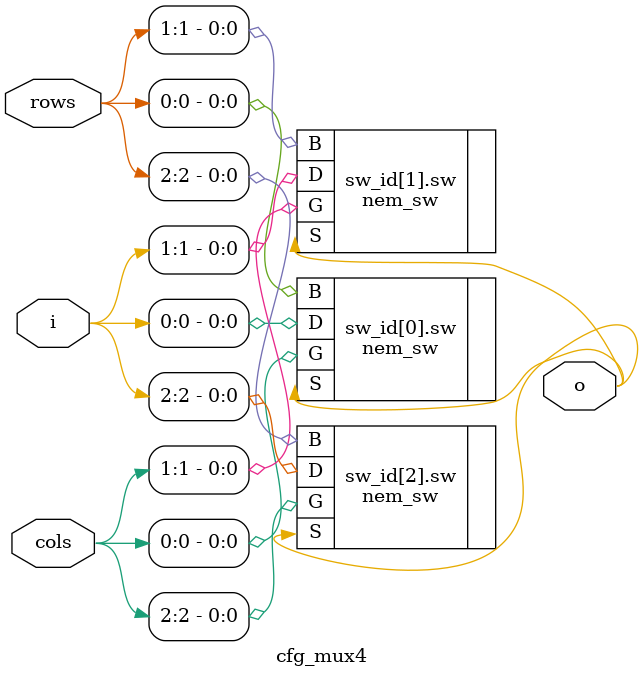
<source format=v>
module cfg_mux4 (
    input wire [3:0] i,
    output reg [0:0] o,
    input wire [3:0] rows,
    input wire [3:0] cols
    );

//instantiate sw's
    genvar j;
    generate for(j=0;j<3;j=j+1) begin: sw_id
        nem_sw sw (
            .D(i[j]),
            .S(o),
            .G(cols[j]),
            .B(rows[j])
        );
    end endgenerate 

endmodule

</source>
